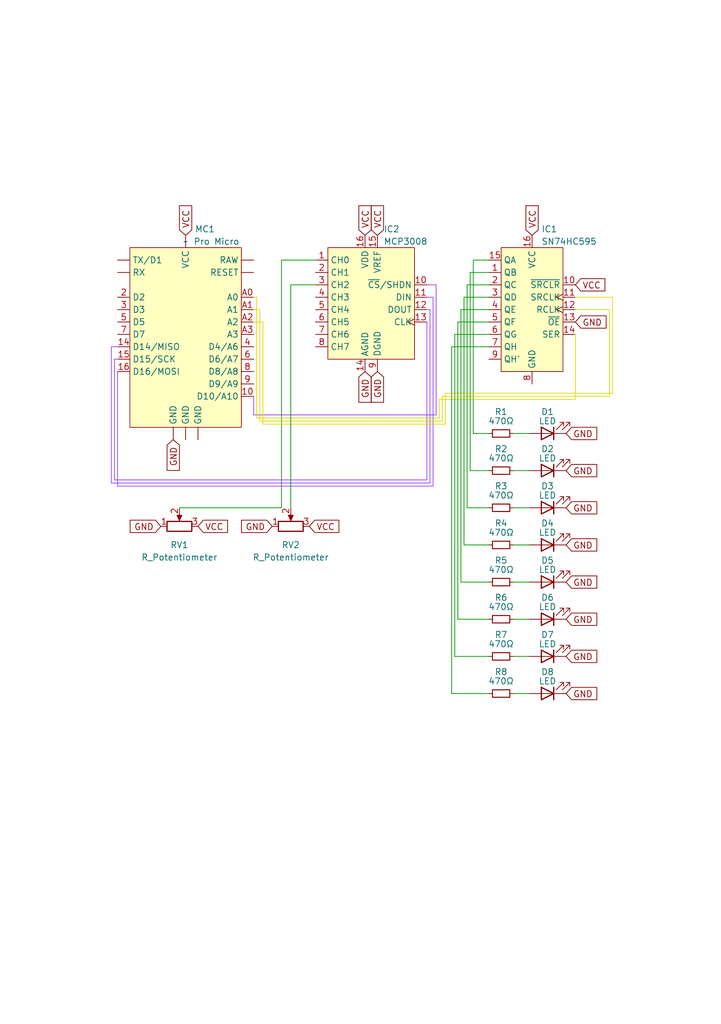
<source format=kicad_sch>
(kicad_sch (version 20230121) (generator eeschema)
  (paper "A5" portrait)
  (title_block (title "Running LEDs & SPI practice using MCP3008 and SN74HC595") (date "2023-10-29") (rev "1"))
  (lib_symbols
    (symbol "Device:LED" (pin_numbers hide) (pin_names (offset 1.016) hide)
      (property "Reference" "D" (at 0 2.54 0))
      (property "Value" "LED" (at 0 -2.54 0))
      (symbol "LED_0_1"
        (polyline (pts (xy -1.27 -1.27) (xy -1.27 1.27)) (stroke (width 0.254)))
        (polyline (pts (xy -1.27 0) (xy 1.27 0)))
        (polyline (pts (xy 1.27 -1.27) (xy 1.27 1.27) (xy -1.27 0) (xy 1.27 -1.27)) (stroke (width 0.254)))
        (polyline (pts (xy -3.048 -0.762) (xy -4.572 -2.286) (xy -3.81 -2.286) (xy -4.572 -2.286) (xy -4.572 -1.524)))
        (polyline (pts (xy -1.778 -0.762) (xy -3.302 -2.286) (xy -2.54 -2.286) (xy -3.302 -2.286) (xy -3.302 -1.524)))
      )
      (symbol "LED_1_1"
        (pin passive line (at -3.81 0 0) (length 2.54) (name "K") (number "1"))
        (pin passive line (at 3.81 0 180) (length 2.54) (name "A") (number "2"))
      )
    )
    (symbol "Device:R_Potentiometer" (pin_names (offset 1.016) hide)
      (property "Reference" "RV" (at -4.445 0 90))
      (property "Value" "R_Potentiometer" (at -2.54 0 90))
      (symbol "R_Potentiometer_0_1"
        (polyline (pts (xy 2.54 0) (xy 1.524 0)))
        (polyline (pts (xy 1.143 0) (xy 2.286 0.508) (xy 2.286 -0.508) (xy 1.143 0)) (fill (type outline)))
        (rectangle (start 1.016 2.54) (end -1.016 -2.54) (stroke (width 0.254)))
      )
      (symbol "R_Potentiometer_1_1"
        (pin passive line (at 0 3.81 270) (length 1.27) (name "1") (number "1"))
        (pin passive line (at 3.81 0 180) (length 1.27) (name "2") (number "2"))
        (pin passive line (at 0 -3.81 90) (length 1.27) (name "3") (number "3"))
      )
    )
    (symbol "Device:R_Small" (pin_numbers hide) (pin_names (offset 0.254) hide)
      (property "Reference" "R" (at 0.762 0.508 0))
      (property "Value" "R_Small" (at 0.762 -1.016 0))
      (symbol "R_Small_0_1"
        (rectangle (start -0.762 1.778) (end 0.762 -1.778) (stroke (width 0.2032)))
      )
      (symbol "R_Small_1_1"
        (pin passive line (at 0 2.54 270) (length 0.762) (name "~") (number "1"))
        (pin passive line (at 0 -2.54 90) (length 0.762) (name "~") (number "2"))
      )
    )
    (symbol "integrated-circuits:MCP3008"
      (property "Reference" "IC" (at -7.62 12.7 0))
      (property "Value" "MCP3008" (at 2.54 12.7 0))
      (symbol "MCP3008_1_1"
        (rectangle (start -8.89 11.43) (end 8.89 -11.43) (fill (type background)))
        (pin input line (at -11.43 8.89 0) (length 2.54) (name "CH0") (number "1"))
        (pin input line (at 11.43 3.81 180) (length 2.54) (name "~{CS}/SHDN") (number "10"))
        (pin input line (at 11.43 1.27 180) (length 2.54) (name "DIN") (number "11"))
        (pin output line (at 11.43 -1.27 180) (length 2.54) (name "DOUT") (number "12"))
        (pin input clock (at 11.43 -3.81 180) (length 2.54) (name "CLK") (number "13"))
        (pin power_in line (at -1.27 -13.97 90) (length 2.54) (name "AGND") (number "14"))
        (pin power_in line (at 1.27 13.97 270) (length 2.54) (name "VREF") (number "15"))
        (pin power_in line (at -1.27 13.97 270) (length 2.54) (name "VDD") (number "16"))
        (pin input line (at -11.43 6.35 0) (length 2.54) (name "CH1") (number "2"))
        (pin input line (at -11.43 3.81 0) (length 2.54) (name "CH2") (number "3"))
        (pin input line (at -11.43 1.27 0) (length 2.54) (name "CH3") (number "4"))
        (pin input line (at -11.43 -1.27 0) (length 2.54) (name "CH4") (number "5"))
        (pin input line (at -11.43 -3.81 0) (length 2.54) (name "CH5") (number "6"))
        (pin input line (at -11.43 -6.35 0) (length 2.54) (name "CH6") (number "7"))
        (pin input line (at -11.43 -8.89 0) (length 2.54) (name "CH7") (number "8"))
        (pin power_in line (at 1.27 -13.97 90) (length 2.54) (name "DGND") (number "9"))
      )
    )
    (symbol "integrated-circuits:SN74HC595"
      (property "Reference" "IC" (at -6.35 13.97 0))
      (property "Value" "SN74HC595" (at 6.35 13.97 0))
      (symbol "SN74HC595_0_1"
        (rectangle (start 0 12.7) (end 0 12.7))
      )
      (symbol "SN74HC595_1_1"
        (rectangle (start -6.35 12.7) (end 6.35 -12.7) (fill (type background)))
        (pin output line (at -8.89 7.62 0) (length 2.54) (name "QB") (number "1"))
        (pin input line (at 8.89 5.08 180) (length 2.54) (name "~{SRCLR}") (number "10"))
        (pin input clock (at 8.89 2.54 180) (length 2.54) (name "SRCLK") (number "11"))
        (pin input clock (at 8.89 0 180) (length 2.54) (name "RCLK") (number "12"))
        (pin input line (at 8.89 -2.54 180) (length 2.54) (name "~{OE}") (number "13"))
        (pin input line (at 8.89 -5.08 180) (length 2.54) (name "SER") (number "14"))
        (pin output line (at -8.89 10.16 0) (length 2.54) (name "QA") (number "15"))
        (pin power_in line (at 0 15.24 270) (length 2.54) (name "VCC") (number "16"))
        (pin output line (at -8.89 5.08 0) (length 2.54) (name "QC") (number "2"))
        (pin output line (at -8.89 2.54 0) (length 2.54) (name "QD") (number "3"))
        (pin output line (at -8.89 0 0) (length 2.54) (name "QE") (number "4"))
        (pin output line (at -8.89 -2.54 0) (length 2.54) (name "QF") (number "5"))
        (pin output line (at -8.89 -5.08 0) (length 2.54) (name "QG") (number "6"))
        (pin output line (at -8.89 -7.62 0) (length 2.54) (name "QH") (number "7"))
        (pin power_in line (at 0 -15.24 90) (length 2.54) (name "GND") (number "8"))
        (pin output line (at -8.89 -10.16 0) (length 2.54) (name "QH'") (number "9"))
      )
    )
    (symbol "microcontroller-boards:Pro_Micro"
      (property "Reference" "MC" (at -10.16 20.32 0))
      (symbol "Pro_Micro_1_0"
        (text "Pro Micro" (at 6.35 20.32 0) (effects (font (size 1.27 1.27))))
      )
      (symbol "Pro_Micro_1_1"
        (rectangle (start -11.43 19.05) (end 11.43 -17.78) (fill (type background)))
        (pin power_in line (at -2.54 -20.32 90) (length 2.54) (name "GND") (number ""))
        (pin power_in line (at 0 -20.32 90) (length 2.54) (name "GND") (number ""))
        (pin power_in line (at 2.54 -20.32 90) (length 2.54) (name "GND") (number ""))
        (pin power_in line (at 13.97 16.51 180) (length 2.54) (name "RAW") (number ""))
        (pin input line (at 13.97 13.97 180) (length 2.54) (name "RESET") (number ""))
        (pin input line (at -13.97 13.97 0) (length 2.54) (name "RX") (number ""))
        (pin output line (at -13.97 16.51 0) (length 2.54) (name "TX/D1") (number ""))
        (pin power_in line (at 0 21.59 270) (length 2.54) (name "VCC") (number ""))
        (pin input line (at 13.97 -11.43 180) (length 2.54) (name "D10/A10") (number "10"))
        (pin input line (at -13.97 -1.27 0) (length 2.54) (name "D14/MISO") (number "14"))
        (pin input line (at -13.97 -3.81 0) (length 2.54) (name "D15/SCK") (number "15"))
        (pin input line (at -13.97 -6.35 0) (length 2.54) (name "D16/MOSI") (number "16"))
        (pin input line (at -13.97 8.89 0) (length 2.54) (name "D2") (number "2"))
        (pin input line (at -13.97 6.35 0) (length 2.54) (name "D3") (number "3"))
        (pin input line (at 13.97 -1.27 180) (length 2.54) (name "D4/A6") (number "4"))
        (pin input line (at -13.97 3.81 0) (length 2.54) (name "D5") (number "5"))
        (pin input line (at 13.97 -3.81 180) (length 2.54) (name "D6/A7") (number "6"))
        (pin input line (at -13.97 1.27 0) (length 2.54) (name "D7") (number "7"))
        (pin input line (at 13.97 -6.35 180) (length 2.54) (name "D8/A8") (number "8"))
        (pin input line (at 13.97 -8.89 180) (length 2.54) (name "D9/A9") (number "9"))
        (pin input line (at 13.97 8.89 180) (length 2.54) (name "A0") (number "A0"))
        (pin input line (at 13.97 6.35 180) (length 2.54) (name "A1") (number "A1"))
        (pin input line (at 13.97 3.81 180) (length 2.54) (name "A2") (number "A2"))
        (pin input line (at 13.97 1.27 180) (length 2.54) (name "A3") (number "A3"))
      )
    )
  )
  (wire (pts (xy 23.495 98.425) (xy 23.495 73.66)) (stroke (width 0) (color 149 65 255 1)))
  (wire (pts (xy 92.71 142.24) (xy 100.33 142.24)))
  (wire (pts (xy 53.975 66.04) (xy 53.975 86.995)) (stroke (width 0) (color 223 217 0 1)))
  (wire (pts (xy 64.77 53.34) (xy 57.785 53.34)))
  (wire (pts (xy 97.155 88.9) (xy 100.33 88.9)))
  (wire (pts (xy 100.33 68.58) (xy 93.345 68.58)))
  (wire (pts (xy 89.535 85.09) (xy 89.535 58.42)) (stroke (width 0) (color 149 65 255 1)))
  (wire (pts (xy 52.705 60.96) (xy 52.07 60.96)) (stroke (width 0) (color 223 217 0 1)))
  (wire (pts (xy 95.25 111.76) (xy 100.33 111.76)))
  (wire (pts (xy 22.86 99.06) (xy 22.86 71.12)) (stroke (width 0) (color 149 65 255 1)))
  (wire (pts (xy 53.975 86.995) (xy 91.44 86.995)) (stroke (width 0) (color 223 217 0 1)))
  (wire (pts (xy 125.095 81.28) (xy 125.095 63.5)) (stroke (width 0) (color 223 217 0 1)))
  (wire (pts (xy 88.265 63.5) (xy 88.265 99.06)) (stroke (width 0) (color 149 65 255 1)))
  (wire (pts (xy 125.73 80.645) (xy 125.73 60.96)) (stroke (width 0) (color 223 217 0 1)))
  (wire (pts (xy 95.885 104.14) (xy 100.33 104.14)))
  (wire (pts (xy 22.86 71.12) (xy 24.13 71.12)) (stroke (width 0) (color 149 65 255 1)))
  (wire (pts (xy 90.17 81.915) (xy 90.17 85.725)) (stroke (width 0) (color 223 217 0 1)))
  (wire (pts (xy 90.805 81.28) (xy 125.095 81.28)) (stroke (width 0) (color 223 217 0 1)))
  (wire (pts (xy 52.07 66.04) (xy 53.975 66.04)) (stroke (width 0) (color 223 217 0 1)))
  (wire (pts (xy 87.63 60.96) (xy 88.9 60.96)) (stroke (width 0) (color 149 65 255 1)))
  (wire (pts (xy 125.73 60.96) (xy 118.11 60.96)) (stroke (width 0) (color 223 217 0 1)))
  (wire (pts (xy 93.345 68.58) (xy 93.345 134.62)))
  (wire (pts (xy 52.07 85.09) (xy 89.535 85.09)) (stroke (width 0) (color 149 65 255 1)))
  (wire (pts (xy 93.345 134.62) (xy 100.33 134.62)))
  (wire (pts (xy 52.705 85.725) (xy 52.705 60.96)) (stroke (width 0) (color 223 217 0 1)))
  (wire (pts (xy 100.33 66.04) (xy 93.98 66.04)))
  (wire (pts (xy 105.41 127) (xy 108.585 127)))
  (wire (pts (xy 89.535 58.42) (xy 87.63 58.42)) (stroke (width 0) (color 149 65 255 1)))
  (wire (pts (xy 92.71 71.12) (xy 92.71 142.24)))
  (wire (pts (xy 52.07 63.5) (xy 53.34 63.5)) (stroke (width 0) (color 223 217 0 1)))
  (wire (pts (xy 105.41 88.9) (xy 108.585 88.9)))
  (wire (pts (xy 100.33 53.34) (xy 97.155 53.34)))
  (wire (pts (xy 87.63 63.5) (xy 88.265 63.5)) (stroke (width 0) (color 149 65 255 1)))
  (wire (pts (xy 24.13 76.2) (xy 24.13 99.695)) (stroke (width 0) (color 149 65 255 1)))
  (wire (pts (xy 118.11 81.915) (xy 90.17 81.915)) (stroke (width 0) (color 223 217 0 1)))
  (wire (pts (xy 64.77 58.42) (xy 59.69 58.42)))
  (wire (pts (xy 105.41 142.24) (xy 108.585 142.24)))
  (wire (pts (xy 57.785 53.34) (xy 57.785 104.14)))
  (wire (pts (xy 23.495 73.66) (xy 24.13 73.66)) (stroke (width 0) (color 149 65 255 1)))
  (wire (pts (xy 53.34 63.5) (xy 53.34 86.36)) (stroke (width 0) (color 223 217 0 1)))
  (wire (pts (xy 105.41 134.62) (xy 108.585 134.62)))
  (wire (pts (xy 125.095 63.5) (xy 118.11 63.5)) (stroke (width 0) (color 223 217 0 1)))
  (wire (pts (xy 100.33 63.5) (xy 94.615 63.5)))
  (wire (pts (xy 87.63 66.04) (xy 87.63 98.425)) (stroke (width 0) (color 149 65 255 1)))
  (wire (pts (xy 95.25 60.96) (xy 95.25 111.76)))
  (wire (pts (xy 88.9 60.96) (xy 88.9 99.695)) (stroke (width 0) (color 149 65 255 1)))
  (wire (pts (xy 94.615 119.38) (xy 100.33 119.38)))
  (wire (pts (xy 87.63 98.425) (xy 23.495 98.425)) (stroke (width 0) (color 149 65 255 1)))
  (wire (pts (xy 94.615 63.5) (xy 94.615 119.38)))
  (wire (pts (xy 91.44 80.645) (xy 125.73 80.645)) (stroke (width 0) (color 223 217 0 1)))
  (wire (pts (xy 88.9 99.695) (xy 24.13 99.695)) (stroke (width 0) (color 149 65 255 1)))
  (wire (pts (xy 57.785 104.14) (xy 36.83 104.14)))
  (wire (pts (xy 90.17 85.725) (xy 52.705 85.725)) (stroke (width 0) (color 223 217 0 1)))
  (wire (pts (xy 88.265 99.06) (xy 22.86 99.06)) (stroke (width 0) (color 149 65 255 1)))
  (wire (pts (xy 100.33 58.42) (xy 95.885 58.42)))
  (wire (pts (xy 105.41 111.76) (xy 108.585 111.76)))
  (wire (pts (xy 95.885 58.42) (xy 95.885 104.14)))
  (wire (pts (xy 53.34 86.36) (xy 90.805 86.36)) (stroke (width 0) (color 223 217 0 1)))
  (wire (pts (xy 100.33 71.12) (xy 92.71 71.12)))
  (wire (pts (xy 100.33 55.88) (xy 96.52 55.88)))
  (wire (pts (xy 118.11 68.58) (xy 118.11 81.915)) (stroke (width 0) (color 223 217 0 1)))
  (wire (pts (xy 90.805 86.36) (xy 90.805 81.28)) (stroke (width 0) (color 223 217 0 1)))
  (wire (pts (xy 96.52 96.52) (xy 100.33 96.52)))
  (wire (pts (xy 105.41 119.38) (xy 108.585 119.38)))
  (wire (pts (xy 97.155 53.34) (xy 97.155 88.9)))
  (wire (pts (xy 105.41 104.14) (xy 108.585 104.14)))
  (wire (pts (xy 100.33 60.96) (xy 95.25 60.96)))
  (wire (pts (xy 105.41 96.52) (xy 108.585 96.52)))
  (wire (pts (xy 91.44 86.995) (xy 91.44 80.645)) (stroke (width 0) (color 223 217 0 1)))
  (wire (pts (xy 93.98 127) (xy 100.33 127)))
  (wire (pts (xy 52.07 81.28) (xy 52.07 85.09)) (stroke (width 0) (color 149 65 255 1)))
  (wire (pts (xy 96.52 55.88) (xy 96.52 96.52)))
  (wire (pts (xy 93.98 66.04) (xy 93.98 127)))
  (wire (pts (xy 59.69 58.42) (xy 59.69 104.14)))
  (global_label "VCC" (shape input) (at 109.22 48.26 90) (property "Intersheetrefs" "${INTERSHEET_REFS}" (effects hide)))
  (global_label "GND" (shape input) (at 35.56 90.17 270) (property "Intersheetrefs" "${INTERSHEET_REFS}" (effects hide)))
  (global_label "GND" (shape input) (at 116.205 96.52 0) (property "Intersheetrefs" "${INTERSHEET_REFS}" (effects hide)))
  (global_label "GND" (shape input) (at 116.205 127 0) (property "Intersheetrefs" "${INTERSHEET_REFS}" (effects hide)))
  (global_label "GND" (shape input) (at 116.205 119.38 0) (property "Intersheetrefs" "${INTERSHEET_REFS}" (effects hide)))
  (global_label "VCC" (shape input) (at 40.64 107.95 0) (property "Intersheetrefs" "${INTERSHEET_REFS}" (effects hide)))
  (global_label "VCC" (shape input) (at 74.93 48.26 90) (property "Intersheetrefs" "${INTERSHEET_REFS}" (effects hide)))
  (global_label "GND" (shape input) (at 116.205 88.9 0) (property "Intersheetrefs" "${INTERSHEET_REFS}" (effects hide)))
  (global_label "GND" (shape input) (at 116.205 104.14 0) (property "Intersheetrefs" "${INTERSHEET_REFS}" (effects hide)))
  (global_label "GND" (shape input) (at 116.205 142.24 0) (property "Intersheetrefs" "${INTERSHEET_REFS}" (effects hide)))
  (global_label "VCC" (shape input) (at 77.47 48.26 90) (property "Intersheetrefs" "${INTERSHEET_REFS}" (effects hide)))
  (global_label "VCC" (shape input) (at 38.1 48.26 90) (property "Intersheetrefs" "${INTERSHEET_REFS}" (effects hide)))
  (global_label "GND" (shape input) (at 118.11 66.04 0) (property "Intersheetrefs" "${INTERSHEET_REFS}" (effects hide)))
  (global_label "GND" (shape input) (at 77.47 76.2 270) (property "Intersheetrefs" "${INTERSHEET_REFS}" (effects hide)))
  (global_label "GND" (shape input) (at 55.88 107.95 180) (property "Intersheetrefs" "${INTERSHEET_REFS}" (effects hide)))
  (global_label "VCC" (shape input) (at 118.11 58.42 0) (property "Intersheetrefs" "${INTERSHEET_REFS}" (effects hide)))
  (global_label "VCC" (shape input) (at 63.5 107.95 0) (property "Intersheetrefs" "${INTERSHEET_REFS}" (effects hide)))
  (global_label "GND" (shape input) (at 116.205 134.62 0) (property "Intersheetrefs" "${INTERSHEET_REFS}" (effects hide)))
  (global_label "GND" (shape input) (at 74.93 76.2 270) (property "Intersheetrefs" "${INTERSHEET_REFS}" (effects hide)))
  (global_label "GND" (shape input) (at 116.205 111.76 0) (property "Intersheetrefs" "${INTERSHEET_REFS}" (effects hide)))
  (global_label "GND" (shape input) (at 33.02 107.95 180) (property "Intersheetrefs" "${INTERSHEET_REFS}" (effects hide)))
  (symbol (lib_id "Device:R_Small") (at 102.87 96.52 90) (unit 1)
    (property "Reference" "R2" (at 102.87 92.075 90))
    (property "Value" "470Ω" (at 102.87 93.98 90))
  )
  (symbol (lib_id "Device:R_Small") (at 102.87 134.62 90) (unit 1)
    (property "Reference" "R7" (at 102.87 130.175 90))
    (property "Value" "470Ω" (at 102.87 132.08 90))
  )
  (symbol (lib_id "Device:LED") (at 112.395 127 180) (unit 1)
    (property "Reference" "D6" (at 112.395 122.555 0))
    (property "Value" "LED" (at 112.395 124.46 0))
  )
  (symbol (lib_id "Device:R_Potentiometer") (at 59.69 107.95 90) (unit 1)
    (property "Reference" "RV2" (at 59.69 111.76 90))
    (property "Value" "R_Potentiometer" (at 59.69 114.3 90))
  )
  (symbol (lib_id "Device:R_Small") (at 102.87 142.24 90) (unit 1)
    (property "Reference" "R8" (at 102.87 137.795 90))
    (property "Value" "470Ω" (at 102.87 139.7 90))
  )
  (symbol (lib_id "Device:R_Small") (at 102.87 127 90) (unit 1)
    (property "Reference" "R6" (at 102.87 122.555 90))
    (property "Value" "470Ω" (at 102.87 124.46 90))
  )
  (symbol (lib_id "Device:R_Small") (at 102.87 104.14 90) (unit 1)
    (property "Reference" "R3" (at 102.87 99.695 90))
    (property "Value" "470Ω" (at 102.87 101.6 90))
  )
  (symbol (lib_id "integrated-circuits:SN74HC595") (at 109.22 63.5 0) (unit 1)
    (property "Reference" "IC1" (at 111.125 46.99 0) (effects (justify left)))
    (property "Value" "SN74HC595" (at 111.125 49.53 0) (effects (justify left)))
  )
  (symbol (lib_id "microcontroller-boards:Pro_Micro") (at 38.1 69.85 0) (unit 1)
    (property "Reference" "MC1" (at 40.005 46.99 0) (effects (justify left)))
    (property "Value" "~" (at 38.1 49.53 0))
  )
  (symbol (lib_id "Device:LED") (at 112.395 119.38 180) (unit 1)
    (property "Reference" "D5" (at 112.395 114.935 0))
    (property "Value" "LED" (at 112.395 116.84 0))
  )
  (symbol (lib_id "Device:R_Small") (at 102.87 111.76 90) (unit 1)
    (property "Reference" "R4" (at 102.87 107.315 90))
    (property "Value" "470Ω" (at 102.87 109.22 90))
  )
  (symbol (lib_id "Device:R_Small") (at 102.87 88.9 90) (unit 1)
    (property "Reference" "R1" (at 102.87 84.455 90))
    (property "Value" "470Ω" (at 102.87 86.36 90))
  )
  (symbol (lib_id "Device:LED") (at 112.395 134.62 180) (unit 1)
    (property "Reference" "D7" (at 112.395 130.175 0))
    (property "Value" "LED" (at 112.395 132.08 0))
  )
  (symbol (lib_id "Device:R_Small") (at 102.87 119.38 90) (unit 1)
    (property "Reference" "R5" (at 102.87 114.935 90))
    (property "Value" "470Ω" (at 102.87 116.84 90))
  )
  (symbol (lib_id "Device:LED") (at 112.395 88.9 180) (unit 1)
    (property "Reference" "D1" (at 112.395 84.455 0))
    (property "Value" "LED" (at 112.395 86.36 0))
  )
  (symbol (lib_id "Device:LED") (at 112.395 142.24 180) (unit 1)
    (property "Reference" "D8" (at 112.395 137.795 0))
    (property "Value" "LED" (at 112.395 139.7 0))
  )
  (symbol (lib_id "integrated-circuits:MCP3008") (at 76.2 62.23 0) (unit 1)
    (property "Reference" "IC2" (at 78.74 46.99 0) (effects (justify left)))
    (property "Value" "MCP3008" (at 78.74 49.53 0) (effects (justify left)))
  )
  (symbol (lib_id "Device:LED") (at 112.395 96.52 180) (unit 1)
    (property "Reference" "D2" (at 112.395 92.075 0))
    (property "Value" "LED" (at 112.395 93.98 0))
  )
  (symbol (lib_id "Device:LED") (at 112.395 111.76 180) (unit 1)
    (property "Reference" "D4" (at 112.395 107.315 0))
    (property "Value" "LED" (at 112.395 109.22 0))
  )
  (symbol (lib_id "Device:LED") (at 112.395 104.14 180) (unit 1)
    (property "Reference" "D3" (at 112.395 99.695 0))
    (property "Value" "LED" (at 112.395 101.6 0))
  )
  (symbol (lib_id "Device:R_Potentiometer") (at 36.83 107.95 90) (unit 1)
    (property "Reference" "RV1" (at 36.83 111.76 90))
    (property "Value" "R_Potentiometer" (at 36.83 114.3 90))
  )
)
</source>
